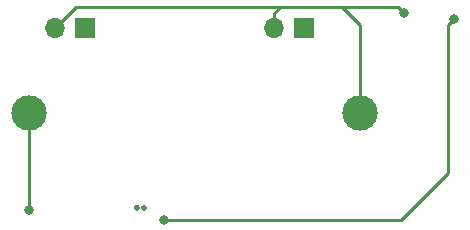
<source format=gbr>
G04 #@! TF.GenerationSoftware,KiCad,Pcbnew,(5.0.1-dev-70-gb7b125d83)*
G04 #@! TF.CreationDate,2019-03-02T22:20:39+01:00*
G04 #@! TF.ProjectId,piezothing,7069657A6F7468696E672E6B69636164,rev?*
G04 #@! TF.SameCoordinates,Original*
G04 #@! TF.FileFunction,Copper,L1,Top,Signal*
G04 #@! TF.FilePolarity,Positive*
%FSLAX46Y46*%
G04 Gerber Fmt 4.6, Leading zero omitted, Abs format (unit mm)*
G04 Created by KiCad (PCBNEW (5.0.1-dev-70-gb7b125d83)) date 03/02/19 22:20:39*
%MOMM*%
%LPD*%
G01*
G04 APERTURE LIST*
G04 #@! TA.AperFunction,EtchedComponent*
%ADD10C,0.010000*%
G04 #@! TD*
G04 #@! TA.AperFunction,ComponentPad*
%ADD11O,1.700000X1.700000*%
G04 #@! TD*
G04 #@! TA.AperFunction,ComponentPad*
%ADD12R,1.700000X1.700000*%
G04 #@! TD*
G04 #@! TA.AperFunction,ComponentPad*
%ADD13C,3.000000*%
G04 #@! TD*
G04 #@! TA.AperFunction,ViaPad*
%ADD14C,0.800000*%
G04 #@! TD*
G04 #@! TA.AperFunction,Conductor*
%ADD15C,0.250000*%
G04 #@! TD*
G04 APERTURE END LIST*
D10*
G04 #@! TO.C,G\002A\002A\002A*
G36*
X125612270Y-88118697D02*
X125529655Y-88037345D01*
X125493818Y-87950586D01*
X125528901Y-87872319D01*
X125608597Y-87790343D01*
X125694575Y-87741588D01*
X125713520Y-87738909D01*
X125784278Y-87768703D01*
X125836883Y-87811480D01*
X125895767Y-87896516D01*
X125909455Y-87946727D01*
X125872704Y-88037724D01*
X125789088Y-88120293D01*
X125701636Y-88154545D01*
X125612270Y-88118697D01*
X125612270Y-88118697D01*
G37*
X125612270Y-88118697D02*
X125529655Y-88037345D01*
X125493818Y-87950586D01*
X125528901Y-87872319D01*
X125608597Y-87790343D01*
X125694575Y-87741588D01*
X125713520Y-87738909D01*
X125784278Y-87768703D01*
X125836883Y-87811480D01*
X125895767Y-87896516D01*
X125909455Y-87946727D01*
X125872704Y-88037724D01*
X125789088Y-88120293D01*
X125701636Y-88154545D01*
X125612270Y-88118697D01*
G36*
X124994854Y-88111816D02*
X124919541Y-88015192D01*
X124911496Y-87989231D01*
X124914526Y-87859633D01*
X124980220Y-87772380D01*
X125083408Y-87741236D01*
X125198924Y-87779966D01*
X125236520Y-87811480D01*
X125302483Y-87915524D01*
X125279251Y-88016078D01*
X125220037Y-88082278D01*
X125104787Y-88137123D01*
X124994854Y-88111816D01*
X124994854Y-88111816D01*
G37*
X124994854Y-88111816D02*
X124919541Y-88015192D01*
X124911496Y-87989231D01*
X124914526Y-87859633D01*
X124980220Y-87772380D01*
X125083408Y-87741236D01*
X125198924Y-87779966D01*
X125236520Y-87811480D01*
X125302483Y-87915524D01*
X125279251Y-88016078D01*
X125220037Y-88082278D01*
X125104787Y-88137123D01*
X124994854Y-88111816D01*
G04 #@! TD*
D11*
G04 #@! TO.P,J1,2*
G04 #@! TO.N,/A2*
X118210000Y-72750000D03*
D12*
G04 #@! TO.P,J1,1*
G04 #@! TO.N,/K1*
X120750000Y-72750000D03*
G04 #@! TD*
D13*
G04 #@! TO.P,REF\002A\002A,1*
G04 #@! TO.N,/A1*
X116000000Y-80000000D03*
G04 #@! TD*
G04 #@! TO.P,REF\002A\002A,1*
G04 #@! TO.N,/A2*
X144000000Y-80000000D03*
G04 #@! TD*
D12*
G04 #@! TO.P,J1,1*
G04 #@! TO.N,/K1*
X139250000Y-72750000D03*
D11*
G04 #@! TO.P,J1,2*
G04 #@! TO.N,/A2*
X136710000Y-72750000D03*
G04 #@! TD*
D14*
G04 #@! TO.N,/A2*
X147750000Y-71500000D03*
G04 #@! TO.N,/A1*
X152000000Y-72000000D03*
X116000000Y-88200000D03*
X127400000Y-89000000D03*
G04 #@! TD*
D15*
G04 #@! TO.N,/A2*
X144000000Y-77878680D02*
X144000000Y-80000000D01*
X144000000Y-72500000D02*
X144000000Y-77878680D01*
X137257919Y-71000000D02*
X142500000Y-71000000D01*
X136710000Y-71547919D02*
X137257919Y-71000000D01*
X136710000Y-72750000D02*
X136710000Y-71547919D01*
X142500000Y-71000000D02*
X143250000Y-71750000D01*
X143250000Y-71750000D02*
X144000000Y-72500000D01*
X147250000Y-71000000D02*
X147750000Y-71500000D01*
X142500000Y-71000000D02*
X147250000Y-71000000D01*
X119960000Y-71000000D02*
X118210000Y-72750000D01*
X137257919Y-71000000D02*
X119960000Y-71000000D01*
G04 #@! TO.N,/A1*
X151500000Y-72500000D02*
X152000000Y-72000000D01*
X151500000Y-85000000D02*
X151500000Y-72500000D01*
X147500000Y-89000000D02*
X151500000Y-85000000D01*
X116000000Y-84400000D02*
X116000000Y-88200000D01*
X116000000Y-80000000D02*
X116000000Y-84400000D01*
X116000000Y-84400000D02*
X116000000Y-85500000D01*
X127400000Y-89000000D02*
X147500000Y-89000000D01*
G04 #@! TD*
M02*

</source>
